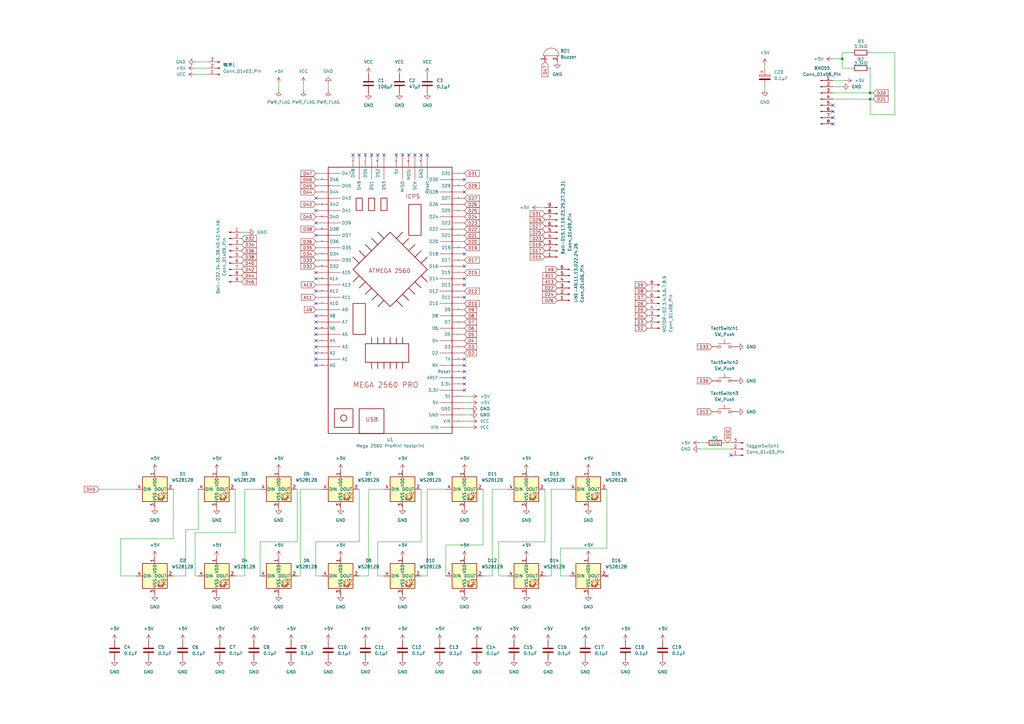
<source format=kicad_sch>
(kicad_sch (version 20231120) (generator "eeschema") (generator_version "8.0")
  (paper "A3")
  (junction (at 345.44 24.13))
  (junction (at 356.87 40.64))
  (junction (at 356.87 38.1))
  (no_connect (at 129.54 119.38))
  (no_connect (at 129.54 129.54))
  (no_connect (at 190.5 114.3))
  (no_connect (at 190.5 109.22))
  (no_connect (at 129.54 134.62))
  (no_connect (at 170.18 63.5))
  (no_connect (at 129.54 111.76))
  (no_connect (at 190.5 149.86))
  (no_connect (at 129.54 139.7))
  (no_connect (at 190.5 121.92))
  (no_connect (at 129.54 137.16))
  (no_connect (at 129.54 81.28))
  (no_connect (at 157.48 63.5))
  (no_connect (at 190.5 78.74))
  (no_connect (at 129.54 86.36))
  (no_connect (at 175.26 63.5))
  (no_connect (at 167.64 63.5))
  (no_connect (at 248.92 236.22))
  (no_connect (at 129.54 96.52))
  (no_connect (at 190.5 160.02))
  (no_connect (at 341.63 50.8))
  (no_connect (at 165.1 63.5))
  (no_connect (at 299.72 186.69))
  (no_connect (at 129.54 149.86))
  (no_connect (at 129.54 114.3))
  (no_connect (at 149.86 63.5))
  (no_connect (at 341.63 48.26))
  (no_connect (at 341.63 45.72))
  (no_connect (at 129.54 147.32))
  (no_connect (at 341.63 43.18))
  (no_connect (at 190.5 152.4))
  (no_connect (at 147.32 63.5))
  (no_connect (at 129.54 144.78))
  (no_connect (at 152.4 63.5))
  (no_connect (at 190.5 104.14))
  (no_connect (at 190.5 147.32))
  (no_connect (at 129.54 124.46))
  (no_connect (at 129.54 142.24))
  (no_connect (at 129.54 91.44))
  (no_connect (at 129.54 132.08))
  (no_connect (at 172.72 63.5))
  (no_connect (at 154.94 63.5))
  (no_connect (at 162.56 63.5))
  (no_connect (at 190.5 154.94))
  (no_connect (at 144.78 63.5))
  (no_connect (at 190.5 157.48))
  (no_connect (at 190.5 116.84))
  (no_connect (at 190.5 73.66))
  (wire (pts (xy 182.88 223.52) (xy 182.88 236.22)))
  (wire (pts (xy 172.72 200.66) (xy 172.72 222.25)))
  (wire (pts (xy 40.64 200.66) (xy 55.88 200.66)))
  (wire (pts (xy 341.63 33.02) (xy 346.71 33.02)))
  (wire (pts (xy 226.06 200.66) (xy 233.68 200.66)))
  (wire (pts (xy 151.13 236.22) (xy 151.13 200.66)))
  (wire (pts (xy 356.87 46.99) (xy 356.87 40.64)))
  (wire (pts (xy 204.47 236.22) (xy 208.28 236.22)))
  (wire (pts (xy 129.54 236.22) (xy 132.08 236.22)))
  (wire (pts (xy 49.53 236.22) (xy 55.88 236.22)))
  (wire (pts (xy 223.52 200.66) (xy 223.52 222.25)))
  (wire (pts (xy 106.68 222.25) (xy 121.92 222.25)))
  (wire (pts (xy 248.92 224.79) (xy 229.87 224.79)))
  (wire (pts (xy 129.54 222.25) (xy 129.54 236.22)))
  (wire (pts (xy 345.44 27.94) (xy 349.25 27.94)))
  (wire (pts (xy 190.5 162.56) (xy 193.04 162.56)))
  (wire (pts (xy 220.98 85.09) (xy 223.52 85.09)))
  (wire (pts (xy 198.12 200.66) (xy 198.12 223.52)))
  (wire (pts (xy 76.2 217.17) (xy 81.28 217.17)))
  (wire (pts (xy 287.02 181.61) (xy 289.56 181.61)))
  (wire (pts (xy 99.06 95.25) (xy 101.6 95.25)))
  (wire (pts (xy 76.2 236.22) (xy 76.2 217.17)))
  (wire (pts (xy 313.69 26.67) (xy 313.69 27.94)))
  (wire (pts (xy 96.52 200.66) (xy 96.52 218.44)))
  (wire (pts (xy 123.19 236.22) (xy 123.19 200.66)))
  (wire (pts (xy 49.53 220.98) (xy 49.53 236.22)))
  (wire (pts (xy 71.12 200.66) (xy 71.12 220.98)))
  (wire (pts (xy 96.52 236.22) (xy 100.33 236.22)))
  (wire (pts (xy 172.72 236.22) (xy 175.26 236.22)))
  (wire (pts (xy 151.13 200.66) (xy 157.48 200.66)))
  (wire (pts (xy 175.26 200.66) (xy 182.88 200.66)))
  (wire (pts (xy 356.87 38.1) (xy 341.63 38.1)))
  (wire (pts (xy 358.14 40.64) (xy 356.87 40.64)))
  (wire (pts (xy 201.93 236.22) (xy 201.93 200.66)))
  (wire (pts (xy 367.03 21.59) (xy 367.03 46.99)))
  (wire (pts (xy 287.02 184.15) (xy 299.72 184.15)))
  (wire (pts (xy 297.18 181.61) (xy 299.72 181.61)))
  (wire (pts (xy 356.87 27.94) (xy 356.87 38.1)))
  (wire (pts (xy 313.69 35.56) (xy 313.69 36.83)))
  (wire (pts (xy 80.01 27.94) (xy 85.09 27.94)))
  (wire (pts (xy 96.52 218.44) (xy 80.01 218.44)))
  (wire (pts (xy 154.94 236.22) (xy 157.48 236.22)))
  (wire (pts (xy 147.32 200.66) (xy 147.32 222.25)))
  (wire (pts (xy 349.25 21.59) (xy 345.44 21.59)))
  (wire (pts (xy 193.04 170.18) (xy 190.5 170.18)))
  (wire (pts (xy 345.44 27.94) (xy 345.44 24.13)))
  (wire (pts (xy 198.12 223.52) (xy 182.88 223.52)))
  (wire (pts (xy 71.12 220.98) (xy 49.53 220.98)))
  (wire (pts (xy 356.87 21.59) (xy 367.03 21.59)))
  (wire (pts (xy 193.04 175.26) (xy 190.5 175.26)))
  (wire (pts (xy 356.87 40.64) (xy 341.63 40.64)))
  (wire (pts (xy 175.26 236.22) (xy 175.26 200.66)))
  (wire (pts (xy 81.28 217.17) (xy 81.28 200.66)))
  (wire (pts (xy 201.93 200.66) (xy 208.28 200.66)))
  (wire (pts (xy 345.44 24.13) (xy 345.44 21.59)))
  (wire (pts (xy 100.33 200.66) (xy 106.68 200.66)))
  (wire (pts (xy 100.33 236.22) (xy 100.33 200.66)))
  (wire (pts (xy 80.01 30.48) (xy 85.09 30.48)))
  (wire (pts (xy 193.04 167.64) (xy 190.5 167.64)))
  (wire (pts (xy 71.12 236.22) (xy 76.2 236.22)))
  (wire (pts (xy 124.46 34.29) (xy 124.46 36.83)))
  (wire (pts (xy 106.68 222.25) (xy 106.68 236.22)))
  (wire (pts (xy 226.06 236.22) (xy 226.06 200.66)))
  (wire (pts (xy 121.92 236.22) (xy 123.19 236.22)))
  (wire (pts (xy 147.32 236.22) (xy 151.13 236.22)))
  (wire (pts (xy 147.32 222.25) (xy 129.54 222.25)))
  (wire (pts (xy 80.01 25.4) (xy 85.09 25.4)))
  (wire (pts (xy 204.47 222.25) (xy 204.47 236.22)))
  (wire (pts (xy 229.87 224.79) (xy 229.87 236.22)))
  (wire (pts (xy 114.3 34.29) (xy 114.3 36.83)))
  (wire (pts (xy 358.14 38.1) (xy 356.87 38.1)))
  (wire (pts (xy 193.04 172.72) (xy 190.5 172.72)))
  (wire (pts (xy 121.92 200.66) (xy 121.92 222.25)))
  (wire (pts (xy 367.03 46.99) (xy 356.87 46.99)))
  (wire (pts (xy 80.01 236.22) (xy 81.28 236.22)))
  (wire (pts (xy 341.63 24.13) (xy 345.44 24.13)))
  (wire (pts (xy 172.72 222.25) (xy 154.94 222.25)))
  (wire (pts (xy 229.87 236.22) (xy 233.68 236.22)))
  (wire (pts (xy 134.62 34.29) (xy 134.62 36.83)))
  (wire (pts (xy 223.52 236.22) (xy 226.06 236.22)))
  (wire (pts (xy 80.01 218.44) (xy 80.01 236.22)))
  (wire (pts (xy 154.94 222.25) (xy 154.94 236.22)))
  (wire (pts (xy 193.04 165.1) (xy 190.5 165.1)))
  (wire (pts (xy 341.63 35.56) (xy 345.44 35.56)))
  (wire (pts (xy 123.19 200.66) (xy 132.08 200.66)))
  (wire (pts (xy 223.52 222.25) (xy 204.47 222.25)))
  (wire (pts (xy 248.92 200.66) (xy 248.92 224.79)))
  (wire (pts (xy 198.12 236.22) (xy 201.93 236.22)))
  (global_label "D23" (shape input) (at 190.5 91.44 0) (property "Intersheetrefs" "${INTERSHEET_REFS}" (effects (hide yes))))
  (global_label "D35" (shape input) (at 292.1 156.21 180) (property "Intersheetrefs" "${INTERSHEET_REFS}" (effects (hide yes))))
  (global_label "D26" (shape input) (at 190.5 83.82 0) (property "Intersheetrefs" "${INTERSHEET_REFS}" (effects (hide yes))))
  (global_label "D44" (shape input) (at 129.54 78.74 180) (property "Intersheetrefs" "${INTERSHEET_REFS}" (effects (hide yes))))
  (global_label "D35" (shape input) (at 129.54 101.6 180) (property "Intersheetrefs" "${INTERSHEET_REFS}" (effects (hide yes))))
  (global_label "A9" (shape input) (at 228.6 110.49 180) (property "Intersheetrefs" "${INTERSHEET_REFS}" (effects (hide yes))))
  (global_label "D4" (shape input) (at 190.5 139.7 0) (property "Intersheetrefs" "${INTERSHEET_REFS}" (effects (hide yes))))
  (global_label "D34" (shape input) (at 129.54 104.14 180) (property "Intersheetrefs" "${INTERSHEET_REFS}" (effects (hide yes))))
  (global_label "D8" (shape input) (at 190.5 129.54 0) (property "Intersheetrefs" "${INTERSHEET_REFS}" (effects (hide yes))))
  (global_label "D8" (shape input) (at 265.43 119.38 180) (property "Intersheetrefs" "${INTERSHEET_REFS}" (effects (hide yes))))
  (global_label "D38" (shape input) (at 129.54 93.98 180) (property "Intersheetrefs" "${INTERSHEET_REFS}" (effects (hide yes))))
  (global_label "D17" (shape input) (at 190.5 106.68 0) (property "Intersheetrefs" "${INTERSHEET_REFS}" (effects (hide yes))))
  (global_label "D9" (shape input) (at 190.5 127 0) (property "Intersheetrefs" "${INTERSHEET_REFS}" (effects (hide yes))))
  (global_label "D44" (shape input) (at 99.06 113.03 0) (property "Intersheetrefs" "${INTERSHEET_REFS}" (effects (hide yes))))
  (global_label "D9" (shape input) (at 265.43 116.84 180) (property "Intersheetrefs" "${INTERSHEET_REFS}" (effects (hide yes))))
  (global_label "D2" (shape input) (at 190.5 144.78 0) (property "Intersheetrefs" "${INTERSHEET_REFS}" (effects (hide yes))))
  (global_label "A11" (shape input) (at 129.54 121.92 180) (property "Intersheetrefs" "${INTERSHEET_REFS}" (effects (hide yes))))
  (global_label "D22" (shape input) (at 190.5 93.98 0) (property "Intersheetrefs" "${INTERSHEET_REFS}" (effects (hide yes))))
  (global_label "D7" (shape input) (at 265.43 121.92 180) (property "Intersheetrefs" "${INTERSHEET_REFS}" (effects (hide yes))))
  (global_label "D20" (shape input) (at 190.5 99.06 0) (property "Intersheetrefs" "${INTERSHEET_REFS}" (effects (hide yes))))
  (global_label "D45" (shape input) (at 40.64 200.66 180) (property "Intersheetrefs" "${INTERSHEET_REFS}" (effects (hide yes))))
  (global_label "D27" (shape input) (at 223.52 92.71 180) (property "Intersheetrefs" "${INTERSHEET_REFS}" (effects (hide yes))))
  (global_label "D42" (shape input) (at 129.54 83.82 180) (property "Intersheetrefs" "${INTERSHEET_REFS}" (effects (hide yes))))
  (global_label "D21" (shape input) (at 358.14 40.64 0) (property "Intersheetrefs" "${INTERSHEET_REFS}" (effects (hide yes))))
  (global_label "D31" (shape input) (at 190.5 71.12 0) (property "Intersheetrefs" "${INTERSHEET_REFS}" (effects (hide yes))))
  (global_label "D31" (shape input) (at 223.52 87.63 180) (property "Intersheetrefs" "${INTERSHEET_REFS}" (effects (hide yes))))
  (global_label "D23" (shape input) (at 223.52 97.79 180) (property "Intersheetrefs" "${INTERSHEET_REFS}" (effects (hide yes))))
  (global_label "D40" (shape input) (at 129.54 88.9 180) (property "Intersheetrefs" "${INTERSHEET_REFS}" (effects (hide yes))))
  (global_label "D6" (shape input) (at 190.5 134.62 0) (property "Intersheetrefs" "${INTERSHEET_REFS}" (effects (hide yes))))
  (global_label "D32" (shape input) (at 129.54 109.22 180) (property "Intersheetrefs" "${INTERSHEET_REFS}" (effects (hide yes))))
  (global_label "D24" (shape input) (at 228.6 120.65 180) (property "Intersheetrefs" "${INTERSHEET_REFS}" (effects (hide yes))))
  (global_label "A11" (shape input) (at 228.6 113.03 180) (property "Intersheetrefs" "${INTERSHEET_REFS}" (effects (hide yes))))
  (global_label "D19" (shape input) (at 190.5 101.6 0) (property "Intersheetrefs" "${INTERSHEET_REFS}" (effects (hide yes))))
  (global_label "A9" (shape input) (at 129.54 127 180) (property "Intersheetrefs" "${INTERSHEET_REFS}" (effects (hide yes))))
  (global_label "D40" (shape input) (at 99.06 107.95 0) (property "Intersheetrefs" "${INTERSHEET_REFS}" (effects (hide yes))))
  (global_label "D34" (shape input) (at 99.06 100.33 0) (property "Intersheetrefs" "${INTERSHEET_REFS}" (effects (hide yes))))
  (global_label "D17" (shape input) (at 223.52 102.87 180) (property "Intersheetrefs" "${INTERSHEET_REFS}" (effects (hide yes))))
  (global_label "D12" (shape input) (at 190.5 119.38 0) (property "Intersheetrefs" "${INTERSHEET_REFS}" (effects (hide yes))))
  (global_label "D42" (shape input) (at 99.06 110.49 0) (property "Intersheetrefs" "${INTERSHEET_REFS}" (effects (hide yes))))
  (global_label "D5" (shape input) (at 265.43 127 180) (property "Intersheetrefs" "${INTERSHEET_REFS}" (effects (hide yes))))
  (global_label "D47" (shape input) (at 223.52 25.4 270) (property "Intersheetrefs" "${INTERSHEET_REFS}" (effects (hide yes))))
  (global_label "A13" (shape input) (at 129.54 116.84 180) (property "Intersheetrefs" "${INTERSHEET_REFS}" (effects (hide yes))))
  (global_label "D32" (shape input) (at 99.06 97.79 0) (property "Intersheetrefs" "${INTERSHEET_REFS}" (effects (hide yes))))
  (global_label "D20" (shape input) (at 358.14 38.1 0) (property "Intersheetrefs" "${INTERSHEET_REFS}" (effects (hide yes))))
  (global_label "D5" (shape input) (at 190.5 137.16 0) (property "Intersheetrefs" "${INTERSHEET_REFS}" (effects (hide yes))))
  (global_label "D29" (shape input) (at 223.52 90.17 180) (property "Intersheetrefs" "${INTERSHEET_REFS}" (effects (hide yes))))
  (global_label "D46" (shape input) (at 99.06 115.57 0) (property "Intersheetrefs" "${INTERSHEET_REFS}" (effects (hide yes))))
  (global_label "D45" (shape input) (at 129.54 76.2 180) (property "Intersheetrefs" "${INTERSHEET_REFS}" (effects (hide yes))))
  (global_label "D12" (shape input) (at 292.1 168.91 180) (property "Intersheetrefs" "${INTERSHEET_REFS}" (effects (hide yes))))
  (global_label "D27" (shape input) (at 190.5 81.28 0) (property "Intersheetrefs" "${INTERSHEET_REFS}" (effects (hide yes))))
  (global_label "D33" (shape input) (at 292.1 142.24 180) (property "Intersheetrefs" "${INTERSHEET_REFS}" (effects (hide yes))))
  (global_label "D36" (shape input) (at 99.06 102.87 0) (property "Intersheetrefs" "${INTERSHEET_REFS}" (effects (hide yes))))
  (global_label "D10" (shape input) (at 298.45 181.61 90) (property "Intersheetrefs" "${INTERSHEET_REFS}" (effects (hide yes))))
  (global_label "D6" (shape input) (at 265.43 124.46 180) (property "Intersheetrefs" "${INTERSHEET_REFS}" (effects (hide yes))))
  (global_label "D24" (shape input) (at 190.5 88.9 0) (property "Intersheetrefs" "${INTERSHEET_REFS}" (effects (hide yes))))
  (global_label "D29" (shape input) (at 190.5 76.2 0) (property "Intersheetrefs" "${INTERSHEET_REFS}" (effects (hide yes))))
  (global_label "D7" (shape input) (at 190.5 132.08 0) (property "Intersheetrefs" "${INTERSHEET_REFS}" (effects (hide yes))))
  (global_label "D46" (shape input) (at 129.54 73.66 180) (property "Intersheetrefs" "${INTERSHEET_REFS}" (effects (hide yes))))
  (global_label "D15" (shape input) (at 223.52 105.41 180) (property "Intersheetrefs" "${INTERSHEET_REFS}" (effects (hide yes))))
  (global_label "D33" (shape input) (at 129.54 106.68 180) (property "Intersheetrefs" "${INTERSHEET_REFS}" (effects (hide yes))))
  (global_label "D10" (shape input) (at 190.5 124.46 0) (property "Intersheetrefs" "${INTERSHEET_REFS}" (effects (hide yes))))
  (global_label "D21" (shape input) (at 190.5 96.52 0) (property "Intersheetrefs" "${INTERSHEET_REFS}" (effects (hide yes))))
  (global_label "D25" (shape input) (at 223.52 95.25 180) (property "Intersheetrefs" "${INTERSHEET_REFS}" (effects (hide yes))))
  (global_label "D2" (shape input) (at 265.43 134.62 180) (property "Intersheetrefs" "${INTERSHEET_REFS}" (effects (hide yes))))
  (global_label "D47" (shape input) (at 129.54 71.12 180) (property "Intersheetrefs" "${INTERSHEET_REFS}" (effects (hide yes))))
  (global_label "D15" (shape input) (at 190.5 111.76 0) (property "Intersheetrefs" "${INTERSHEET_REFS}" (effects (hide yes))))
  (global_label "D36" (shape input) (at 129.54 99.06 180) (property "Intersheetrefs" "${INTERSHEET_REFS}" (effects (hide yes))))
  (global_label "D4" (shape input) (at 265.43 129.54 180) (property "Intersheetrefs" "${INTERSHEET_REFS}" (effects (hide yes))))
  (global_label "A13" (shape input) (at 228.6 115.57 180) (property "Intersheetrefs" "${INTERSHEET_REFS}" (effects (hide yes))))
  (global_label "D25" (shape input) (at 190.5 86.36 0) (property "Intersheetrefs" "${INTERSHEET_REFS}" (effects (hide yes))))
  (global_label "D3" (shape input) (at 265.43 132.08 180) (property "Intersheetrefs" "${INTERSHEET_REFS}" (effects (hide yes))))
  (global_label "D38" (shape input) (at 99.06 105.41 0) (property "Intersheetrefs" "${INTERSHEET_REFS}" (effects (hide yes))))
  (global_label "D26" (shape input) (at 228.6 123.19 180) (property "Intersheetrefs" "${INTERSHEET_REFS}" (effects (hide yes))))
  (global_label "D3" (shape input) (at 190.5 142.24 0) (property "Intersheetrefs" "${INTERSHEET_REFS}" (effects (hide yes))))
  (global_label "D22" (shape input) (at 228.6 118.11 180) (property "Intersheetrefs" "${INTERSHEET_REFS}" (effects (hide yes))))
  (global_label "D19" (shape input) (at 223.52 100.33 180) (property "Intersheetrefs" "${INTERSHEET_REFS}" (effects (hide yes))))
  (symbol (lib_id "MAIN:Mega 2560 ProMini footprint") (at 134.62 177.8 0) (unit 1)
    (property "Reference" "U1" (at 160.02 180.34 0))
    (property "Value" "Mega 2560 ProMini footprint" (at 160.02 182.88 0))
    (property "Footprint" "MAIN:ARDUINO_MEGA_2560_PRO" (effects (hide yes)))
    (property "Datasheet" "https://www.arduino.cc" (effects (hide yes)))
    (property "Manufacturer Part" "Arduino Mega 2560 Pro Mini" (effects (hide yes)))
  )
  (symbol (lib_id "Switch:SW_Push") (at 297.18 156.21 0) (unit 1)
    (property "Reference" "TactSwitch2" (at 297.18 148.59 0))
    (property "Value" "SW_Push" (at 297.18 151.13 0))
    (property "Footprint" "MAIN:SW_TL1100EF160Q" (effects (hide yes)))
    (property "Description" "Push button switch, generic, two pins" (effects (hide yes)))
  )
  (symbol (lib_id "power:VCC") (at 175.26 30.48 0) (unit 1)
    (property "Reference" "#PWR04" (effects (hide yes)))
    (property "Value" "VCC" (at 175.26 25.4 0))
    (property "Description" "Power symbol creates a global label with name \"VCC\"" (effects (hide yes)))
  )
  (symbol (lib_id "power:GND") (at 195.58 270.51 0) (unit 1)
    (property "Reference" "#PWR057" (effects (hide yes)))
    (property "Value" "GND" (at 195.58 275.59 0))
    (property "Description" "Power symbol creates a global label with name \"GND\" , ground" (effects (hide yes)))
  )
  (symbol (lib_id "Device:C") (at 224.79 266.7 0) (unit 1)
    (property "Reference" "C16" (at 228.6 265.4299 0) (effects (justify left)))
    (property "Value" "0.1μF" (at 228.6 267.9699 0) (effects (justify left)))
    (property "Footprint" "Capacitor_SMD:C_0603_1608Metric_Pad1.08x0.95mm_HandSolder" (effects (hide yes)))
    (property "Description" "Unpolarized capacitor" (effects (hide yes)))
  )
  (symbol (lib_id "Device:C") (at 271.78 266.7 0) (unit 1)
    (property "Reference" "C19" (at 275.59 265.4299 0) (effects (justify left)))
    (property "Value" "0.1μF" (at 275.59 267.9699 0) (effects (justify left)))
    (property "Footprint" "Capacitor_SMD:C_0603_1608Metric_Pad1.08x0.95mm_HandSolder" (effects (hide yes)))
    (property "Description" "Unpolarized capacitor" (effects (hide yes)))
  )
  (symbol (lib_id "power:GND") (at 224.79 270.51 0) (unit 1)
    (property "Reference" "#PWR065" (effects (hide yes)))
    (property "Value" "GND" (at 224.79 275.59 0))
    (property "Description" "Power symbol creates a global label with name \"GND\" , ground" (effects (hide yes)))
  )
  (symbol (lib_id "LED:WS2812B") (at 114.3 236.22 0) (unit 1)
    (property "Reference" "D6" (at 125.73 229.9014 0))
    (property "Value" "WS2812B" (at 125.73 232.4414 0))
    (property "Footprint" "LED_SMD:LED_WS2812B_PLCC4_5.0x5.0mm_P3.2mm" (effects (hide yes)))
    (property "Datasheet" "https://cdn-shop.adafruit.com/datasheets/WS2812B.pdf" (effects (hide yes)))
    (property "Description" "RGB LED with integrated controller" (effects (hide yes)))
  )
  (symbol (lib_id "LED:WS2812B") (at 88.9 200.66 0) (unit 1)
    (property "Reference" "D3" (at 100.33 194.3414 0))
    (property "Value" "WS2812B" (at 100.33 196.8814 0))
    (property "Footprint" "LED_SMD:LED_WS2812B_PLCC4_5.0x5.0mm_P3.2mm" (effects (hide yes)))
    (property "Datasheet" "https://cdn-shop.adafruit.com/datasheets/WS2812B.pdf" (effects (hide yes)))
    (property "Description" "RGB LED with integrated controller" (effects (hide yes)))
  )
  (symbol (lib_id "power:GND") (at 151.13 38.1 0) (unit 1)
    (property "Reference" "#PWR05" (effects (hide yes)))
    (property "Value" "GND" (at 151.13 43.18 0))
    (property "Description" "Power symbol creates a global label with name \"GND\" , ground" (effects (hide yes)))
  )
  (symbol (lib_id "power:GND") (at 193.04 167.64 90) (unit 1)
    (property "Reference" "#PWR087" (effects (hide yes)))
    (property "Value" "GND" (at 196.85 167.6399 90) (effects (justify right)))
    (property "Description" "Power symbol creates a global label with name \"GND\" , ground" (effects (hide yes)))
  )
  (symbol (lib_id "power:GND") (at 302.26 156.21 90) (unit 1)
    (property "Reference" "#PWR088" (effects (hide yes)))
    (property "Value" "GND" (at 306.07 156.2099 90) (effects (justify right)))
    (property "Description" "Power symbol creates a global label with name \"GND\" , ground" (effects (hide yes)))
  )
  (symbol (lib_id "power:+5V") (at 165.1 262.89 0) (unit 1)
    (property "Reference" "#PWR048" (effects (hide yes)))
    (property "Value" "+5V" (at 165.1 257.81 0))
    (property "Description" "Power symbol creates a global label with name \"+5V\"" (effects (hide yes)))
  )
  (symbol (lib_id "power:+5V") (at 195.58 262.89 0) (unit 1)
    (property "Reference" "#PWR056" (effects (hide yes)))
    (property "Value" "+5V" (at 195.58 257.81 0))
    (property "Description" "Power symbol creates a global label with name \"+5V\"" (effects (hide yes)))
  )
  (symbol (lib_id "LED:WS2812B") (at 165.1 200.66 0) (unit 1)
    (property "Reference" "D9" (at 176.53 194.3414 0))
    (property "Value" "WS2812B" (at 176.53 196.8814 0))
    (property "Footprint" "LED_SMD:LED_WS2812B_PLCC4_5.0x5.0mm_P3.2mm" (effects (hide yes)))
    (property "Datasheet" "https://cdn-shop.adafruit.com/datasheets/WS2812B.pdf" (effects (hide yes)))
    (property "Description" "RGB LED with integrated controller" (effects (hide yes)))
  )
  (symbol (lib_id "power:GND") (at 190.5 243.84 0) (unit 1)
    (property "Reference" "#PWR055" (effects (hide yes)))
    (property "Value" "GND" (at 190.5 248.92 0))
    (property "Description" "Power symbol creates a global label with name \"GND\" , ground" (effects (hide yes)))
  )
  (symbol (lib_id "power:GND") (at 175.26 38.1 0) (unit 1)
    (property "Reference" "#PWR07" (effects (hide yes)))
    (property "Value" "GND" (at 175.26 43.18 0))
    (property "Description" "Power symbol creates a global label with name \"GND\" , ground" (effects (hide yes)))
  )
  (symbol (lib_id "power:+5V") (at 220.98 85.09 90) (unit 1)
    (property "Reference" "#PWR080" (effects (hide yes)))
    (property "Value" "+5V" (at 217.17 85.0899 90) (effects (justify left)))
    (property "Description" "Power symbol creates a global label with name \"+5V\"" (effects (hide yes)))
  )
  (symbol (lib_id "Connector:Conn_01x08_Pin") (at 336.55 40.64 0) (unit 1)
    (property "Reference" "BNO55" (at 337.185 27.94 0))
    (property "Value" "Conn_01x08_Pin" (at 337.185 30.48 0))
    (property "Footprint" "BNO055:BNO055" (effects (hide yes)))
    (property "Description" "Generic connector, single row, 01x08, script generated" (effects (hide yes)))
  )
  (symbol (lib_id "power:GND") (at 256.54 270.51 0) (unit 1)
    (property "Reference" "#PWR073" (effects (hide yes)))
    (property "Value" "GND" (at 256.54 275.59 0))
    (property "Description" "Power symbol creates a global label with name \"GND\" , ground" (effects (hide yes)))
  )
  (symbol (lib_id "power:GND") (at 63.5 208.28 0) (unit 1)
    (property "Reference" "#PWR017" (effects (hide yes)))
    (property "Value" "GND" (at 63.5 213.36 0))
    (property "Description" "Power symbol creates a global label with name \"GND\" , ground" (effects (hide yes)))
  )
  (symbol (lib_id "Device:C") (at 119.38 266.7 0) (unit 1)
    (property "Reference" "C9" (at 123.19 265.4299 0) (effects (justify left)))
    (property "Value" "0.1μF" (at 123.19 267.9699 0) (effects (justify left)))
    (property "Footprint" "Capacitor_SMD:C_0603_1608Metric_Pad1.08x0.95mm_HandSolder" (effects (hide yes)))
    (property "Description" "Unpolarized capacitor" (effects (hide yes)))
  )
  (symbol (lib_id "power:GND") (at 193.04 170.18 90) (unit 1)
    (property "Reference" "#PWR085" (effects (hide yes)))
    (property "Value" "GND" (at 196.85 170.1799 90) (effects (justify right)))
    (property "Description" "Power symbol creates a global label with name \"GND\" , ground" (effects (hide yes)))
  )
  (symbol (lib_id "power:GND") (at 134.62 270.51 0) (unit 1)
    (property "Reference" "#PWR037" (effects (hide yes)))
    (property "Value" "GND" (at 134.62 275.59 0))
    (property "Description" "Power symbol creates a global label with name \"GND\" , ground" (effects (hide yes)))
  )
  (symbol (lib_id "LED:WS2812B") (at 139.7 236.22 0) (unit 1)
    (property "Reference" "D8" (at 151.13 229.9014 0))
    (property "Value" "WS2812B" (at 151.13 232.4414 0))
    (property "Footprint" "LED_SMD:LED_WS2812B_PLCC4_5.0x5.0mm_P3.2mm" (effects (hide yes)))
    (property "Datasheet" "https://cdn-shop.adafruit.com/datasheets/WS2812B.pdf" (effects (hide yes)))
    (property "Description" "RGB LED with integrated controller" (effects (hide yes)))
  )
  (symbol (lib_id "Device:C") (at 149.86 266.7 0) (unit 1)
    (property "Reference" "C11" (at 153.67 265.4299 0) (effects (justify left)))
    (property "Value" "0.1μF" (at 153.67 267.9699 0) (effects (justify left)))
    (property "Footprint" "Capacitor_SMD:C_0603_1608Metric_Pad1.08x0.95mm_HandSolder" (effects (hide yes)))
    (property "Description" "Unpolarized capacitor" (effects (hide yes)))
  )
  (symbol (lib_id "Device:C") (at 165.1 266.7 0) (unit 1)
    (property "Reference" "C12" (at 168.91 265.4299 0) (effects (justify left)))
    (property "Value" "0.1μF" (at 168.91 267.9699 0) (effects (justify left)))
    (property "Footprint" "Capacitor_SMD:C_0603_1608Metric_Pad1.08x0.95mm_HandSolder" (effects (hide yes)))
    (property "Description" "Unpolarized capacitor" (effects (hide yes)))
  )
  (symbol (lib_id "power:GND") (at 63.5 243.84 0) (unit 1)
    (property "Reference" "#PWR019" (effects (hide yes)))
    (property "Value" "GND" (at 63.5 248.92 0))
    (property "Description" "Power symbol creates a global label with name \"GND\" , ground" (effects (hide yes)))
  )
  (symbol (lib_id "LED:WS2812B") (at 190.5 236.22 0) (unit 1)
    (property "Reference" "D12" (at 201.93 229.9014 0))
    (property "Value" "WS2812B" (at 201.93 232.4414 0))
    (property "Footprint" "LED_SMD:LED_WS2812B_PLCC4_5.0x5.0mm_P3.2mm" (effects (hide yes)))
    (property "Datasheet" "https://cdn-shop.adafruit.com/datasheets/WS2812B.pdf" (effects (hide yes)))
    (property "Description" "RGB LED with integrated controller" (effects (hide yes)))
  )
  (symbol (lib_id "power:GND") (at 139.7 243.84 0) (unit 1)
    (property "Reference" "#PWR041" (effects (hide yes)))
    (property "Value" "GND" (at 139.7 248.92 0))
    (property "Description" "Power symbol creates a global label with name \"GND\" , ground" (effects (hide yes)))
  )
  (symbol (lib_id "power:+5V") (at 104.14 262.89 0) (unit 1)
    (property "Reference" "#PWR028" (effects (hide yes)))
    (property "Value" "+5V" (at 104.14 257.81 0))
    (property "Description" "Power symbol creates a global label with name \"+5V\"" (effects (hide yes)))
  )
  (symbol (lib_id "LED:WS2812B") (at 241.3 236.22 0) (unit 1)
    (property "Reference" "D16" (at 252.73 229.9014 0))
    (property "Value" "WS2812B" (at 252.73 232.4414 0))
    (property "Footprint" "LED_SMD:LED_WS2812B_PLCC4_5.0x5.0mm_P3.2mm" (effects (hide yes)))
    (property "Datasheet" "https://cdn-shop.adafruit.com/datasheets/WS2812B.pdf" (effects (hide yes)))
    (property "Description" "RGB LED with integrated controller" (effects (hide yes)))
  )
  (symbol (lib_id "power:GND") (at 165.1 270.51 0) (unit 1)
    (property "Reference" "#PWR049" (effects (hide yes)))
    (property "Value" "GND" (at 165.1 275.59 0))
    (property "Description" "Power symbol creates a global label with name \"GND\" , ground" (effects (hide yes)))
  )
  (symbol (lib_id "power:+5V") (at 224.79 262.89 0) (unit 1)
    (property "Reference" "#PWR064" (effects (hide yes)))
    (property "Value" "+5V" (at 224.79 257.81 0))
    (property "Description" "Power symbol creates a global label with name \"+5V\"" (effects (hide yes)))
  )
  (symbol (lib_id "power:+5V") (at 114.3 228.6 0) (unit 1)
    (property "Reference" "#PWR032" (effects (hide yes)))
    (property "Value" "+5V" (at 114.3 223.52 0))
    (property "Description" "Power symbol creates a global label with name \"+5V\"" (effects (hide yes)))
  )
  (symbol (lib_id "Device:C") (at 74.93 266.7 0) (unit 1)
    (property "Reference" "C6" (at 78.74 265.4299 0) (effects (justify left)))
    (property "Value" "0.1μF" (at 78.74 267.9699 0) (effects (justify left)))
    (property "Footprint" "Capacitor_SMD:C_0603_1608Metric_Pad1.08x0.95mm_HandSolder" (effects (hide yes)))
    (property "Description" "Unpolarized capacitor" (effects (hide yes)))
  )
  (symbol (lib_id "power:GND") (at 114.3 208.28 0) (unit 1)
    (property "Reference" "#PWR031" (effects (hide yes)))
    (property "Value" "GND" (at 114.3 213.36 0))
    (property "Description" "Power symbol creates a global label with name \"GND\" , ground" (effects (hide yes)))
  )
  (symbol (lib_id "power:VCC") (at 124.46 34.29 0) (unit 1)
    (property "Reference" "#PWR01" (effects (hide yes)))
    (property "Value" "VCC" (at 124.46 29.21 0))
    (property "Description" "Power symbol creates a global label with name \"VCC\"" (effects (hide yes)))
  )
  (symbol (lib_id "power:GND") (at 134.62 34.29 180) (unit 1)
    (property "Reference" "#PWR08" (effects (hide yes)))
    (property "Value" "GND" (at 134.62 29.21 0))
    (property "Description" "Power symbol creates a global label with name \"GND\" , ground" (effects (hide yes)))
  )
  (symbol (lib_id "power:GND") (at 80.01 25.4 270) (unit 1)
    (property "Reference" "#PWR076" (effects (hide yes)))
    (property "Value" "GND" (at 76.2 25.3999 90) (effects (justify right)))
    (property "Description" "Power symbol creates a global label with name \"GND\" , ground" (effects (hide yes)))
  )
  (symbol (lib_id "power:+5V") (at 180.34 262.89 0) (unit 1)
    (property "Reference" "#PWR050" (effects (hide yes)))
    (property "Value" "+5V" (at 180.34 257.81 0))
    (property "Description" "Power symbol creates a global label with name \"+5V\"" (effects (hide yes)))
  )
  (symbol (lib_id "LED:WS2812B") (at 63.5 236.22 0) (unit 1)
    (property "Reference" "D2" (at 74.93 229.9014 0))
    (property "Value" "WS2812B" (at 74.93 232.4414 0))
    (property "Footprint" "LED_SMD:LED_WS2812B_PLCC4_5.0x5.0mm_P3.2mm" (effects (hide yes)))
    (property "Datasheet" "https://cdn-shop.adafruit.com/datasheets/WS2812B.pdf" (effects (hide yes)))
    (property "Description" "RGB LED with integrated controller" (effects (hide yes)))
  )
  (symbol (lib_id "power:VCC") (at 80.01 30.48 90) (unit 1)
    (property "Reference" "#PWR012" (effects (hide yes)))
    (property "Value" "VCC" (at 76.2 30.4799 90) (effects (justify left)))
    (property "Description" "Power symbol creates a global label with name \"VCC\"" (effects (hide yes)))
  )
  (symbol (lib_id "power:+5V") (at 215.9 228.6 0) (unit 1)
    (property "Reference" "#PWR062" (effects (hide yes)))
    (property "Value" "+5V" (at 215.9 223.52 0))
    (property "Description" "Power symbol creates a global label with name \"+5V\"" (effects (hide yes)))
  )
  (symbol (lib_id "power:+5V") (at 210.82 262.89 0) (unit 1)
    (property "Reference" "#PWR058" (effects (hide yes)))
    (property "Value" "+5V" (at 210.82 257.81 0))
    (property "Description" "Power symbol creates a global label with name \"+5V\"" (effects (hide yes)))
  )
  (symbol (lib_id "Device:C") (at 104.14 266.7 0) (unit 1)
    (property "Reference" "C8" (at 107.95 265.4299 0) (effects (justify left)))
    (property "Value" "0.1μF" (at 107.95 267.9699 0) (effects (justify left)))
    (property "Footprint" "Capacitor_SMD:C_0603_1608Metric_Pad1.08x0.95mm_HandSolder" (effects (hide yes)))
    (property "Description" "Unpolarized capacitor" (effects (hide yes)))
  )
  (symbol (lib_id "power:GND") (at 287.02 184.15 270) (unit 1)
    (property "Reference" "#PWR093" (effects (hide yes)))
    (property "Value" "GND" (at 283.21 184.1499 90) (effects (justify right)))
    (property "Description" "Power symbol creates a global label with name \"GND\" , ground" (effects (hide yes)))
  )
  (symbol (lib_id "power:+5V") (at 88.9 228.6 0) (unit 1)
    (property "Reference" "#PWR024" (effects (hide yes)))
    (property "Value" "+5V" (at 88.9 223.52 0))
    (property "Description" "Power symbol creates a global label with name \"+5V\"" (effects (hide yes)))
  )
  (symbol (lib_id "power:GND") (at 313.69 36.83 0) (unit 1)
    (property "Reference" "#PWR092" (effects (hide yes)))
    (property "Value" "GND" (at 313.69 41.91 0))
    (property "Description" "Power symbol creates a global label with name \"GND\" , ground" (effects (hide yes)))
  )
  (symbol (lib_id "power:+5V") (at 88.9 193.04 0) (unit 1)
    (property "Reference" "#PWR022" (effects (hide yes)))
    (property "Value" "+5V" (at 88.9 187.96 0))
    (property "Description" "Power symbol creates a global label with name \"+5V\"" (effects (hide yes)))
  )
  (symbol (lib_id "power:GND") (at 163.83 38.1 0) (unit 1)
    (property "Reference" "#PWR06" (effects (hide yes)))
    (property "Value" "GND" (at 163.83 43.18 0))
    (property "Description" "Power symbol creates a global label with name \"GND\" , ground" (effects (hide yes)))
  )
  (symbol (lib_id "power:+5V") (at 114.3 34.29 0) (unit 1)
    (property "Reference" "#PWR09" (effects (hide yes)))
    (property "Value" "+5V" (at 114.3 29.21 0))
    (property "Description" "Power symbol creates a global label with name \"+5V\"" (effects (hide yes)))
  )
  (symbol (lib_id "Device:C") (at 134.62 266.7 0) (unit 1)
    (property "Reference" "C10" (at 138.43 265.4299 0) (effects (justify left)))
    (property "Value" "0.1μF" (at 138.43 267.9699 0) (effects (justify left)))
    (property "Footprint" "Capacitor_SMD:C_0603_1608Metric_Pad1.08x0.95mm_HandSolder" (effects (hide yes)))
    (property "Description" "Unpolarized capacitor" (effects (hide yes)))
  )
  (symbol (lib_id "power:GND") (at 88.9 243.84 0) (unit 1)
    (property "Reference" "#PWR025" (effects (hide yes)))
    (property "Value" "GND" (at 88.9 248.92 0))
    (property "Description" "Power symbol creates a global label with name \"GND\" , ground" (effects (hide yes)))
  )
  (symbol (lib_id "Device:C") (at 180.34 266.7 0) (unit 1)
    (property "Reference" "C13" (at 184.15 265.4299 0) (effects (justify left)))
    (property "Value" "0.1μF" (at 184.15 267.9699 0) (effects (justify left)))
    (property "Footprint" "Capacitor_SMD:C_0603_1608Metric_Pad1.08x0.95mm_HandSolder" (effects (hide yes)))
    (property "Description" "Unpolarized capacitor" (effects (hide yes)))
  )
  (symbol (lib_id "power:+5V") (at 190.5 228.6 0) (unit 1)
    (property "Reference" "#PWR054" (effects (hide yes)))
    (property "Value" "+5V" (at 190.5 223.52 0))
    (property "Description" "Power symbol creates a global label with name \"+5V\"" (effects (hide yes)))
  )
  (symbol (lib_id "Device:C") (at 163.83 34.29 0) (unit 1)
    (property "Reference" "C2" (at 167.64 33.0199 0) (effects (justify left)))
    (property "Value" "47μF" (at 167.64 35.5599 0) (effects (justify left)))
    (property "Footprint" "Capacitor_THT:CP_Radial_D5.0mm_P2.50mm" (effects (hide yes)))
    (property "Description" "Unpolarized capacitor" (effects (hide yes)))
  )
  (symbol (lib_id "Connector:Conn_01x03_Pin") (at 90.17 27.94 180) (unit 1)
    (property "Reference" "電源1" (at 91.44 26.6699 0) (effects (justify right)))
    (property "Value" "Conn_01x03_Pin" (at 91.44 29.2099 0) (effects (justify right)))
    (property "Footprint" "Connector_JST:JST_XH_B3B-XH-A_1x03_P2.50mm_Vertical" (effects (hide yes)))
    (property "Description" "Generic connector, single row, 01x03, script generated" (effects (hide yes)))
  )
  (symbol (lib_id "power:+5V") (at 346.71 33.02 270) (unit 1)
    (property "Reference" "#PWR083" (effects (hide yes)))
    (property "Value" "+5V" (at 350.52 33.0199 90) (effects (justify left)))
    (property "Description" "Power symbol creates a global label with name \"+5V\"" (effects (hide yes)))
  )
  (symbol (lib_id "power:GND") (at 302.26 142.24 90) (unit 1)
    (property "Reference" "#PWR077" (effects (hide yes)))
    (property "Value" "GND" (at 306.07 142.2399 90) (effects (justify right)))
    (property "Description" "Power symbol creates a global label with name \"GND\" , ground" (effects (hide yes)))
  )
  (symbol (lib_id "power:+5V") (at 90.17 262.89 0) (unit 1)
    (property "Reference" "#PWR026" (effects (hide yes)))
    (property "Value" "+5V" (at 90.17 257.81 0))
    (property "Description" "Power symbol creates a global label with name \"+5V\"" (effects (hide yes)))
  )
  (symbol (lib_id "Device:R") (at 353.06 27.94 90) (unit 1)
    (property "Reference" "R2" (at 353.06 24.384 90))
    (property "Value" "3.3kΩ" (at 353.06 25.908 90))
    (property "Footprint" "Resistor_SMD:R_0805_2012Metric_Pad1.20x1.40mm_HandSolder" (effects (hide yes)))
    (property "Description" "Resistor" (effects (hide yes)))
  )
  (symbol (lib_id "Device:R") (at 293.37 181.61 90) (unit 1)
    (property "Reference" "R1" (at 293.37 179.578 90))
    (property "Value" "1kΩ" (at 293.37 181.61 90))
    (property "Footprint" "Resistor_SMD:R_0805_2012Metric_Pad1.20x1.40mm_HandSolder" (effects (hide yes)))
    (property "Description" "Resistor" (effects (hide yes)))
  )
  (symbol (lib_id "power:GND") (at 240.03 270.51 0) (unit 1)
    (property "Reference" "#PWR067" (effects (hide yes)))
    (property "Value" "GND" (at 240.03 275.59 0))
    (property "Description" "Power symbol creates a global label with name \"GND\" , ground" (effects (hide yes)))
  )
  (symbol (lib_id "power:VCC") (at 151.13 30.48 0) (unit 1)
    (property "Reference" "#PWR02" (effects (hide yes)))
    (property "Value" "VCC" (at 151.13 25.4 0))
    (property "Description" "Power symbol creates a global label with name \"VCC\"" (effects (hide yes)))
  )
  (symbol (lib_id "power:+5V") (at 313.69 26.67 0) (unit 1)
    (property "Reference" "#PWR091" (effects (hide yes)))
    (property "Value" "+5V" (at 313.69 21.59 0))
    (property "Description" "Power symbol creates a global label with name \"+5V\"" (effects (hide yes)))
  )
  (symbol (lib_id "power:+5V") (at 240.03 262.89 0) (unit 1)
    (property "Reference" "#PWR066" (effects (hide yes)))
    (property "Value" "+5V" (at 240.03 257.81 0))
    (property "Description" "Power symbol creates a global label with name \"+5V\"" (effects (hide yes)))
  )
  (symbol (lib_id "power:+5V") (at 256.54 262.89 0) (unit 1)
    (property "Reference" "#PWR072" (effects (hide yes)))
    (property "Value" "+5V" (at 256.54 257.81 0))
    (property "Description" "Power symbol creates a global label with name \"+5V\"" (effects (hide yes)))
  )
  (symbol (lib_id "power:+5V") (at 63.5 193.04 0) (unit 1)
    (property "Reference" "#PWR016" (effects (hide yes)))
    (property "Value" "+5V" (at 63.5 187.96 0))
    (property "Description" "Power symbol creates a global label with name \"+5V\"" (effects (hide yes)))
  )
  (symbol (lib_id "power:PWR_FLAG") (at 134.62 36.83 180) (unit 1)
    (property "Reference" "#FLG02" (effects (hide yes)))
    (property "Value" "PWR_FLAG" (at 134.62 41.91 0))
    (property "Description" "Special symbol for telling ERC where power comes from" (effects (hide yes)))
  )
  (symbol (lib_id "power:GND") (at 90.17 270.51 0) (unit 1)
    (property "Reference" "#PWR027" (effects (hide yes)))
    (property "Value" "GND" (at 90.17 275.59 0))
    (property "Description" "Power symbol creates a global label with name \"GND\" , ground" (effects (hide yes)))
  )
  (symbol (lib_id "power:+5V") (at 149.86 262.89 0) (unit 1)
    (property "Reference" "#PWR042" (effects (hide yes)))
    (property "Value" "+5V" (at 149.86 257.81 0))
    (property "Description" "Power symbol creates a global label with name \"+5V\"" (effects (hide yes)))
  )
  (symbol (lib_id "power:+5V") (at 80.01 27.94 90) (unit 1)
    (property "Reference" "#PWR013" (effects (hide yes)))
    (property "Value" "+5V" (at 76.2 27.9399 90) (effects (justify left)))
    (property "Description" "Power symbol creates a global label with name \"+5V\"" (effects (hide yes)))
  )
  (symbol (lib_id "power:+5V") (at 139.7 193.04 0) (unit 1)
    (property "Reference" "#PWR038" (effects (hide yes)))
    (property "Value" "+5V" (at 139.7 187.96 0))
    (property "Description" "Power symbol creates a global label with name \"+5V\"" (effects (hide yes)))
  )
  (symbol (lib_id "LED:WS2812B") (at 190.5 200.66 0) (unit 1)
    (property "Reference" "D11" (at 201.93 194.3414 0))
    (property "Value" "WS2812B" (at 201.93 196.8814 0))
    (property "Footprint" "LED_SMD:LED_WS2812B_PLCC4_5.0x5.0mm_P3.2mm" (effects (hide yes)))
    (property "Datasheet" "https://cdn-shop.adafruit.com/datasheets/WS2812B.pdf" (effects (hide yes)))
    (property "Description" "RGB LED with integrated controller" (effects (hide yes)))
  )
  (symbol (lib_id "power:GND") (at 74.93 270.51 0) (unit 1)
    (property "Reference" "#PWR021" (effects (hide yes)))
    (property "Value" "GND" (at 74.93 275.59 0))
    (property "Description" "Power symbol creates a global label with name \"GND\" , ground" (effects (hide yes)))
  )
  (symbol (lib_id "power:GND") (at 165.1 208.28 0) (unit 1)
    (property "Reference" "#PWR045" (effects (hide yes)))
    (property "Value" "GND" (at 165.1 213.36 0))
    (property "Description" "Power symbol creates a global label with name \"GND\" , ground" (effects (hide yes)))
  )
  (symbol (lib_id "power:+5V") (at 139.7 228.6 0) (unit 1)
    (property "Reference" "#PWR040" (effects (hide yes)))
    (property "Value" "+5V" (at 139.7 223.52 0))
    (property "Description" "Power symbol creates a global label with name \"+5V\"" (effects (hide yes)))
  )
  (symbol (lib_name "PWR_FLAG_1") (lib_id "power:PWR_FLAG") (at 114.3 36.83 180) (unit 1)
    (property "Reference" "#FLG03" (effects (hide yes)))
    (property "Value" "PWR_FLAG" (at 114.3 41.91 0))
    (property "Description" "Special symbol for telling ERC where power comes from" (effects (hide yes)))
  )
  (symbol (lib_id "Switch:SW_Push") (at 297.18 142.24 0) (unit 1)
    (property "Reference" "TactSwitch1" (at 297.18 134.62 0))
    (property "Value" "SW_Push" (at 297.18 137.16 0))
    (property "Footprint" "Button_Switch_THT:SW_PUSH_6mm" (effects (hide yes)))
    (property "Description" "Push button switch, generic, two pins" (effects (hide yes)))
  )
  (symbol (lib_id "Device:Buzzer") (at 226.06 22.86 90) (unit 1)
    (property "Reference" "BZ1" (at 229.87 20.8348 90) (effects (justify right)))
    (property "Value" "Buzzer" (at 229.87 23.3748 90) (effects (justify right)))
    (property "Footprint" "MAIN:Buzzer UDX01CLFPH" (effects (hide yes)))
    (property "Description" "Buzzer, polarized" (effects (hide yes)))
  )
  (symbol (lib_id "power:GND") (at 139.7 208.28 0) (unit 1)
    (property "Reference" "#PWR039" (effects (hide yes)))
    (property "Value" "GND" (at 139.7 213.36 0))
    (property "Description" "Power symbol creates a global label with name \"GND\" , ground" (effects (hide yes)))
  )
  (symbol (lib_id "power:GND") (at 104.14 270.51 0) (unit 1)
    (property "Reference" "#PWR029" (effects (hide yes)))
    (property "Value" "GND" (at 104.14 275.59 0))
    (property "Description" "Power symbol creates a global label with name \"GND\" , ground" (effects (hide yes)))
  )
  (symbol (lib_id "power:+5V") (at 193.04 162.56 270) (unit 1)
    (property "Reference" "#PWR081" (effects (hide yes)))
    (property "Value" "+5V" (at 196.85 162.5599 90) (effects (justify left)))
    (property "Description" "Power symbol creates a global label with name \"+5V\"" (effects (hide yes)))
  )
  (symbol (lib_id "power:GND") (at 271.78 270.51 0) (unit 1)
    (property "Reference" "#PWR075" (effects (hide yes)))
    (property "Value" "GND" (at 271.78 275.59 0))
    (property "Description" "Power symbol creates a global label with name \"GND\" , ground" (effects (hide yes)))
  )
  (symbol (lib_id "power:+5V") (at 193.04 165.1 270) (unit 1)
    (property "Reference" "#PWR086" (effects (hide yes)))
    (property "Value" "+5V" (at 196.85 165.0999 90) (effects (justify left)))
    (property "Description" "Power symbol creates a global label with name \"+5V\"" (effects (hide yes)))
  )
  (symbol (lib_id "Connector:Conn_01x09_Pin") (at 93.98 105.41 0) (unit 1)
    (property "Reference" "Ball-D32.34.36.38.40.42.44.46" (at 89.408 105.41 90))
    (property "Value" "Conn_01x09_Pin" (at 91.948 105.41 90))
    (property "Footprint" "Connector_PinSocket_2.54mm:PinSocket_1x09_P2.54mm_Vertical" (effects (hide yes)))
    (property "Description" "Generic connector, single row, 01x09, script generated" (effects (hide yes)))
  )
  (symbol (lib_id "Device:C_Polarized") (at 313.69 31.75 0) (unit 1)
    (property "Reference" "C20" (at 317.5 29.5909 0) (effects (justify left)))
    (property "Value" "0.1μF" (at 317.5 32.1309 0) (effects (justify left)))
    (property "Footprint" "Capacitor_SMD:C_0603_1608Metric_Pad1.08x0.95mm_HandSolder" (effects (hide yes)))
    (property "Description" "Polarized capacitor" (effects (hide yes)))
  )
  (symbol (lib_id "power:GND") (at 190.5 208.28 0) (unit 1)
    (property "Reference" "#PWR053" (effects (hide yes)))
    (property "Value" "GND" (at 190.5 213.36 0))
    (property "Description" "Power symbol creates a global label with name \"GND\" , ground" (effects (hide yes)))
  )
  (symbol (lib_id "power:+5V") (at 74.93 262.89 0) (unit 1)
    (property "Reference" "#PWR020" (effects (hide yes)))
    (property "Value" "+5V" (at 74.93 257.81 0))
    (property "Description" "Power symbol creates a global label with name \"+5V\"" (effects (hide yes)))
  )
  (symbol (lib_id "Device:C") (at 46.99 266.7 0) (unit 1)
    (property "Reference" "C4" (at 50.8 265.4299 0) (effects (justify left)))
    (property "Value" "0.1μF" (at 50.8 267.9699 0) (effects (justify left)))
    (property "Footprint" "Capacitor_SMD:C_0603_1608Metric_Pad1.08x0.95mm_HandSolder" (effects (hide yes)))
    (property "Description" "Unpolarized capacitor" (effects (hide yes)))
  )
  (symbol (lib_id "Device:C") (at 151.13 34.29 0) (unit 1)
    (property "Reference" "C1" (at 154.94 33.0199 0) (effects (justify left)))
    (property "Value" "100μF" (at 154.94 35.5599 0) (effects (justify left)))
    (property "Footprint" "Capacitor_THT:CP_Radial_D5.0mm_P2.50mm" (effects (hide yes)))
    (property "Description" "Unpolarized capacitor" (effects (hide yes)))
  )
  (symbol (lib_id "Switch:SW_Push") (at 297.18 168.91 0) (unit 1)
    (property "Reference" "TactSwitch3" (at 297.18 161.29 0))
    (property "Value" "SW_Push" (at 297.18 163.83 0))
    (property "Footprint" "Button_Switch_THT:SW_PUSH_6mm" (effects (hide yes)))
    (property "Description" "Push button switch, generic, two pins" (effects (hide yes)))
  )
  (symbol (lib_id "power:PWR_FLAG") (at 124.46 36.83 180) (unit 1)
    (property "Reference" "#FLG01" (effects (hide yes)))
    (property "Value" "PWR_FLAG" (at 124.46 41.91 0))
    (property "Description" "Special symbol for telling ERC where power comes from" (effects (hide yes)))
  )
  (symbol (lib_id "power:GND") (at 60.96 270.51 0) (unit 1)
    (property "Reference" "#PWR015" (effects (hide yes)))
    (property "Value" "GND" (at 60.96 275.59 0))
    (property "Description" "Power symbol creates a global label with name \"GND\" , ground" (effects (hide yes)))
  )
  (symbol (lib_id "power:+5V") (at 190.5 193.04 0) (unit 1)
    (property "Reference" "#PWR052" (effects (hide yes)))
    (property "Value" "+5V" (at 190.5 187.96 0))
    (property "Description" "Power symbol creates a global label with name \"+5V\"" (effects (hide yes)))
  )
  (symbol (lib_id "Connector:Conn_01x03_Pin") (at 304.8 184.15 180) (unit 1)
    (property "Reference" "ToggleSwitch1" (at 306.07 182.8799 0) (effects (justify right)))
    (property "Value" "Conn_01x03_Pin" (at 306.07 185.4199 0) (effects (justify right)))
    (property "Footprint" "Connector_PinSocket_2.54mm:PinSocket_1x03_P2.54mm_Vertical" (effects (hide yes)))
    (property "Description" "Generic connector, single row, 01x03, script generated" (effects (hide yes)))
  )
  (symbol (lib_id "LED:WS2812B") (at 241.3 200.66 0) (unit 1)
    (property "Reference" "D15" (at 252.73 194.3414 0))
    (property "Value" "WS2812B" (at 252.73 196.8814 0))
    (property "Footprint" "LED_SMD:LED_WS2812B_PLCC4_5.0x5.0mm_P3.2mm" (effects (hide yes)))
    (property "Datasheet" "https://cdn-shop.adafruit.com/datasheets/WS2812B.pdf" (effects (hide yes)))
    (property "Description" "RGB LED with integrated controller" (effects (hide yes)))
  )
  (symbol (lib_id "power:GND") (at 101.6 95.25 90) (unit 1)
    (property "Reference" "#PWR079" (effects (hide yes)))
    (property "Value" "GND" (at 105.41 95.2499 90) (effects (justify right)))
    (property "Description" "Power symbol creates a global label with name \"GND\" , ground" (effects (hide yes)))
  )
  (symbol (lib_id "power:+5V") (at 241.3 193.04 0) (unit 1)
    (property "Reference" "#PWR068" (effects (hide yes)))
    (property "Value" "+5V" (at 241.3 187.96 0))
    (property "Description" "Power symbol creates a global label with name \"+5V\"" (effects (hide yes)))
  )
  (symbol (lib_id "LED:WS2812B") (at 165.1 236.22 0) (unit 1)
    (property "Reference" "D10" (at 176.53 229.9014 0))
    (property "Value" "WS2812B" (at 176.53 232.4414 0))
    (property "Footprint" "LED_SMD:LED_WS2812B_PLCC4_5.0x5.0mm_P3.2mm" (effects (hide yes)))
    (property "Datasheet" "https://cdn-shop.adafruit.com/datasheets/WS2812B.pdf" (effects (hide yes)))
    (property "Description" "RGB LED with integrated controller" (effects (hide yes)))
  )
  (symbol (lib_id "Connector:Conn_01x08_Pin") (at 270.51 127 180) (unit 1)
    (property "Reference" "MOTOR-D2.3.4.5.6.7.8.9" (at 272.542 136.398 90) (effects (justify right)))
    (property "Value" "Conn_01x08_Pin" (at 275.082 136.398 90) (effects (justify right)))
    (property "Footprint" "MOTORDRIVE:CON_522710879_MOL" (effects (hide yes)))
    (property "Description" "Generic connector, single row, 01x08, script generated" (effects (hide yes)))
  )
  (symbol (lib_id "Device:C") (at 256.54 266.7 0) (unit 1)
    (property "Reference" "C18" (at 260.35 265.4299 0) (effects (justify left)))
    (property "Value" "0.1μF" (at 260.35 267.9699 0) (effects (justify left)))
    (property "Footprint" "Capacitor_SMD:C_0603_1608Metric_Pad1.08x0.95mm_HandSolder" (effects (hide yes)))
    (property "Description" "Unpolarized capacitor" (effects (hide yes)))
  )
  (symbol (lib_id "power:GND") (at 149.86 270.51 0) (unit 1)
    (property "Reference" "#PWR043" (effects (hide yes)))
    (property "Value" "GND" (at 149.86 275.59 0))
    (property "Description" "Power symbol creates a global label with name \"GND\" , ground" (effects (hide yes)))
  )
  (symbol (lib_id "power:VCC") (at 163.83 30.48 0) (unit 1)
    (property "Reference" "#PWR03" (effects (hide yes)))
    (property "Value" "VCC" (at 163.83 25.4 0))
    (property "Description" "Power symbol creates a global label with name \"VCC\"" (effects (hide yes)))
  )
  (symbol (lib_id "Connector:Conn_01x06_Pin") (at 233.68 118.11 180) (unit 1)
    (property "Reference" "LINE-A9.11.13,D22.24.26" (at 236.22 124.206 90) (effects (justify right)))
    (property "Value" "Conn_01x06_Pin" (at 238.76 124.206 90) (effects (justify right)))
    (property "Footprint" "LINESENSOR:CON_522710679_MOL" (effects (hide yes)))
    (property "Description" "Generic connector, single row, 01x06, script generated" (effects (hide yes)))
  )
  (symbol (lib_id "Device:C") (at 240.03 266.7 0) (unit 1)
    (property "Reference" "C17" (at 243.84 265.4299 0) (effects (justify left)))
    (property "Value" "0.1μF" (at 243.84 267.9699 0) (effects (justify left)))
    (property "Footprint" "Capacitor_SMD:C_0603_1608Metric_Pad1.08x0.95mm_HandSolder" (effects (hide yes)))
    (property "Description" "Unpolarized capacitor" (effects (hide yes)))
  )
  (symbol (lib_id "power:VCC") (at 193.04 175.26 270) (unit 1)
    (property "Reference" "#PWR078" (effects (hide yes)))
    (property "Value" "VCC" (at 196.85 175.2599 90) (effects (justify left)))
    (property "Description" "Power symbol creates a global label with name \"VCC\"" (effects (hide yes)))
  )
  (symbol (lib_id "Device:R") (at 353.06 21.59 270) (unit 1)
    (property "Reference" "R3" (at 353.06 17.018 90))
    (property "Value" "3.3kΩ" (at 353.06 19.05 90))
    (property "Footprint" "Resistor_SMD:R_0805_2012Metric_Pad1.20x1.40mm_HandSolder" (effects (hide yes)))
    (property "Description" "Resistor" (effects (hide yes)))
  )
  (symbol (lib_id "power:+5V") (at 119.38 262.89 0) (unit 1)
    (property "Reference" "#PWR034" (effects (hide yes)))
    (property "Value" "+5V" (at 119.38 257.81 0))
    (property "Description" "Power symbol creates a global label with name \"+5V\"" (effects (hide yes)))
  )
  (symbol (lib_id "Device:C") (at 175.26 34.29 0) (unit 1)
    (property "Reference" "C3" (at 179.07 33.0199 0) (effects (justify left)))
    (property "Value" "0.1μF" (at 179.07 35.5599 0) (effects (justify left)))
    (property "Footprint" "Capacitor_THT:CP_Radial_D5.0mm_P2.50mm" (effects (hide yes)))
    (property "Description" "Unpolarized capacitor" (effects (hide yes)))
  )
  (symbol (lib_id "power:+5V") (at 165.1 228.6 0) (unit 1)
    (property "Reference" "#PWR046" (effects (hide yes)))
    (property "Value" "+5V" (at 165.1 223.52 0))
    (property "Description" "Power symbol creates a global label with name \"+5V\"" (effects (hide yes)))
  )
  (symbol (lib_id "power:GND") (at 180.34 270.51 0) (unit 1)
    (property "Reference" "#PWR051" (effects (hide yes)))
    (property "Value" "GND" (at 180.34 275.59 0))
    (property "Description" "Power symbol creates a global label with name \"GND\" , ground" (effects (hide yes)))
  )
  (symbol (lib_id "power:+5V") (at 46.99 262.89 0) (unit 1)
    (property "Reference" "#PWR010" (effects (hide yes)))
    (property "Value" "+5V" (at 46.99 257.81 0))
    (property "Description" "Power symbol creates a global label with name \"+5V\"" (effects (hide yes)))
  )
  (symbol (lib_id "power:GND") (at 302.26 168.91 90) (unit 1)
    (property "Reference" "#PWR089" (effects (hide yes)))
    (property "Value" "GND" (at 306.07 168.9099 90) (effects (justify right)))
    (property "Description" "Power symbol creates a global label with name \"GND\" , ground" (effects (hide yes)))
  )
  (symbol (lib_id "LED:WS2812B") (at 63.5 200.66 0) (unit 1)
    (property "Reference" "D1" (at 74.93 194.3414 0))
    (property "Value" "WS2812B" (at 74.93 196.8814 0))
    (property "Footprint" "LED_SMD:LED_WS2812B_PLCC4_5.0x5.0mm_P3.2mm" (effects (hide yes)))
    (property "Datasheet" "https://cdn-shop.adafruit.com/datasheets/WS2812B.pdf" (effects (hide yes)))
    (property "Description" "RGB LED with integrated controller" (effects (hide yes)))
  )
  (symbol (lib_id "LED:WS2812B") (at 88.9 236.22 0) (unit 1)
    (property "Reference" "D4" (at 100.33 229.9014 0))
    (property "Value" "WS2812B" (at 100.33 232.4414 0))
    (property "Footprint" "LED_SMD:LED_WS2812B_PLCC4_5.0x5.0mm_P3.2mm" (effects (hide yes)))
    (property "Datasheet" "https://cdn-shop.adafruit.com/datasheets/WS2812B.pdf" (effects (hide yes)))
    (property "Description" "RGB LED with integrated controller" (effects (hide yes)))
  )
  (symbol (lib_id "power:GND") (at 241.3 243.84 0) (unit 1)
    (property "Reference" "#PWR071" (effects (hide yes)))
    (property "Value" "GND" (at 241.3 248.92 0))
    (property "Description" "Power symbol creates a global label with name \"GND\" , ground" (effects (hide yes)))
  )
  (symbol (lib_id "power:+5V") (at 271.78 262.89 0) (unit 1)
    (property "Reference" "#PWR074" (effects (hide yes)))
    (property "Value" "+5V" (at 271.78 257.81 0))
    (property "Description" "Power symbol creates a global label with name \"+5V\"" (effects (hide yes)))
  )
  (symbol (lib_id "Device:C") (at 210.82 266.7 0) (unit 1)
    (property "Reference" "C15" (at 214.63 265.4299 0) (effects (justify left)))
    (property "Value" "0.1μF" (at 214.63 267.9699 0) (effects (justify left)))
    (property "Footprint" "Capacitor_SMD:C_0603_1608Metric_Pad1.08x0.95mm_HandSolder" (effects (hide yes)))
    (property "Description" "Unpolarized capacitor" (effects (hide yes)))
  )
  (symbol (lib_id "LED:WS2812B") (at 139.7 200.66 0) (unit 1)
    (property "Reference" "D7" (at 151.13 194.3414 0))
    (property "Value" "WS2812B" (at 151.13 196.8814 0))
    (property "Footprint" "LED_SMD:LED_WS2812B_PLCC4_5.0x5.0mm_P3.2mm" (effects (hide yes)))
    (property "Datasheet" "https://cdn-shop.adafruit.com/datasheets/WS2812B.pdf" (effects (hide yes)))
    (property "Description" "RGB LED with integrated controller" (effects (hide yes)))
  )
  (symbol (lib_id "Connector:Conn_01x09_Pin") (at 228.6 95.25 180) (unit 1)
    (property "Reference" "Ball-D15.17.19.23.25.27.29.31" (at 230.886 104.394 90) (effects (justify right)))
    (property "Value" "Conn_01x09_Pin" (at 233.68 103.124 90) (effects (justify right)))
    (property "Footprint" "Connector_PinSocket_2.54mm:PinSocket_1x09_P2.54mm_Vertical" (effects (hide yes)))
    (property "Description" "Generic connector, single row, 01x09, script generated" (effects (hide yes)))
  )
  (symbol (lib_id "power:GND") (at 215.9 243.84 0) (unit 1)
    (property "Reference" "#PWR063" (effects (hide yes)))
    (property "Value" "GND" (at 215.9 248.92 0))
    (property "Description" "Power symbol creates a global label with name \"GND\" , ground" (effects (hide yes)))
  )
  (symbol (lib_id "power:GND") (at 210.82 270.51 0) (unit 1)
    (property "Reference" "#PWR059" (effects (hide yes)))
    (property "Value" "GND" (at 210.82 275.59 0))
    (property "Description" "Power symbol creates a global label with name \"GND\" , ground" (effects (hide yes)))
  )
  (symbol (lib_id "power:+5V") (at 341.63 24.13 90) (unit 1)
    (property "Reference" "#PWR090" (effects (hide yes)))
    (property "Value" "+5V" (at 337.82 24.1299 90) (effects (justify left)))
    (property "Description" "Power symbol creates a global label with name \"+5V\"" (effects (hide yes)))
  )
  (symbol (lib_id "power:GND") (at 241.3 208.28 0) (unit 1)
    (property "Reference" "#PWR069" (effects (hide yes)))
    (property "Value" "GND" (at 241.3 213.36 0))
    (property "Description" "Power symbol creates a global label with name \"GND\" , ground" (effects (hide yes)))
  )
  (symbol (lib_id "power:GND") (at 114.3 243.84 0) (unit 1)
    (property "Reference" "#PWR033" (effects (hide yes)))
    (property "Value" "GND" (at 114.3 248.92 0))
    (property "Description" "Power symbol creates a global label with name \"GND\" , ground" (effects (hide yes)))
  )
  (symbol (lib_id "power:VCC") (at 193.04 172.72 270) (unit 1)
    (property "Reference" "#PWR084" (effects (hide yes)))
    (property "Value" "VCC" (at 196.85 172.7199 90) (effects (justify left)))
    (property "Description" "Power symbol creates a global label with name \"VCC\"" (effects (hide yes)))
  )
  (symbol (lib_id "power:+5V") (at 114.3 193.04 0) (unit 1)
    (property "Reference" "#PWR030" (effects (hide yes)))
    (property "Value" "+5V" (at 114.3 187.96 0))
    (property "Description" "Power symbol creates a global label with name \"+5V\"" (effects (hide yes)))
  )
  (symbol (lib_id "Device:C") (at 195.58 266.7 0) (unit 1)
    (property "Reference" "C14" (at 199.39 265.4299 0) (effects (justify left)))
    (property "Value" "0.1μF" (at 199.39 267.9699 0) (effects (justify left)))
    (property "Footprint" "Capacitor_SMD:C_0603_1608Metric_Pad1.08x0.95mm_HandSolder" (effects (hide yes)))
    (property "Description" "Unpolarized capacitor" (effects (hide yes)))
  )
  (symbol (lib_id "LED:WS2812B") (at 215.9 200.66 0) (unit 1)
    (property "Reference" "D13" (at 227.33 194.3414 0))
    (property "Value" "WS2812B" (at 227.33 196.8814 0))
    (property "Footprint" "LED_SMD:LED_WS2812B_PLCC4_5.0x5.0mm_P3.2mm" (effects (hide yes)))
    (property "Datasheet" "https://cdn-shop.adafruit.com/datasheets/WS2812B.pdf" (effects (hide yes)))
    (property "Description" "RGB LED with integrated controller" (effects (hide yes)))
  )
  (symbol (lib_id "power:+5V") (at 60.96 262.89 0) (unit 1)
    (property "Reference" "#PWR014" (effects (hide yes)))
    (property "Value" "+5V" (at 60.96 257.81 0))
    (property "Description" "Power symbol creates a global label with name \"+5V\"" (effects (hide yes)))
  )
  (symbol (lib_id "power:+5V") (at 134.62 262.89 0) (unit 1)
    (property "Reference" "#PWR036" (effects (hide yes)))
    (property "Value" "+5V" (at 134.62 257.81 0))
    (property "Description" "Power symbol creates a global label with name \"+5V\"" (effects (hide yes)))
  )
  (symbol (lib_id "power:GND") (at 165.1 243.84 0) (unit 1)
    (property "Reference" "#PWR047" (effects (hide yes)))
    (property "Value" "GND" (at 165.1 248.92 0))
    (property "Description" "Power symbol creates a global label with name \"GND\" , ground" (effects (hide yes)))
  )
  (symbol (lib_id "power:GND") (at 88.9 208.28 0) (unit 1)
    (property "Reference" "#PWR023" (effects (hide yes)))
    (property "Value" "GND" (at 88.9 213.36 0))
    (property "Description" "Power symbol creates a global label with name \"GND\" , ground" (effects (hide yes)))
  )
  (symbol (lib_id "power:GND") (at 119.38 270.51 0) (unit 1)
    (property "Reference" "#PWR035" (effects (hide yes)))
    (property "Value" "GND" (at 119.38 275.59 0))
    (property "Description" "Power symbol creates a global label with name \"GND\" , ground" (effects (hide yes)))
  )
  (symbol (lib_id "power:GND") (at 345.44 35.56 90) (unit 1)
    (property "Reference" "#PWR082" (effects (hide yes)))
    (property "Value" "GND" (at 349.25 35.5599 90) (effects (justify right)))
    (property "Description" "Power symbol creates a global label with name \"GND\" , ground" (effects (hide yes)))
  )
  (symbol (lib_id "power:+5V") (at 241.3 228.6 0) (unit 1)
    (property "Reference" "#PWR070" (effects (hide yes)))
    (property "Value" "+5V" (at 241.3 223.52 0))
    (property "Description" "Power symbol creates a global label with name \"+5V\"" (effects (hide yes)))
  )
  (symbol (lib_id "power:+5V") (at 165.1 193.04 0) (unit 1)
    (property "Reference" "#PWR044" (effects (hide yes)))
    (property "Value" "+5V" (at 165.1 187.96 0))
    (property "Description" "Power symbol creates a global label with name \"+5V\"" (effects (hide yes)))
  )
  (symbol (lib_id "power:+5V") (at 215.9 193.04 0) (unit 1)
    (property "Reference" "#PWR060" (effects (hide yes)))
    (property "Value" "+5V" (at 215.9 187.96 0))
    (property "Description" "Power symbol creates a global label with name \"+5V\"" (effects (hide yes)))
  )
  (symbol (lib_id "LED:WS2812B") (at 114.3 200.66 0) (unit 1)
    (property "Reference" "D5" (at 125.73 194.3414 0))
    (property "Value" "WS2812B" (at 125.73 196.8814 0))
    (property "Footprint" "LED_SMD:LED_WS2812B_PLCC4_5.0x5.0mm_P3.2mm" (effects (hide yes)))
    (property "Datasheet" "https://cdn-shop.adafruit.com/datasheets/WS2812B.pdf" (effects (hide yes)))
    (property "Description" "RGB LED with integrated controller" (effects (hide yes)))
  )
  (symbol (lib_id "power:+5V") (at 63.5 228.6 0) (unit 1)
    (property "Reference" "#PWR018" (effects (hide yes)))
    (property "Value" "+5V" (at 63.5 223.52 0))
    (property "Description" "Power symbol creates a global label with name \"+5V\"" (effects (hide yes)))
  )
  (symbol (lib_id "Device:C") (at 60.96 266.7 0) (unit 1)
    (property "Reference" "C5" (at 64.77 265.4299 0) (effects (justify left)))
    (property "Value" "0.1μF" (at 64.77 267.9699 0) (effects (justify left)))
    (property "Footprint" "Capacitor_SMD:C_0603_1608Metric_Pad1.08x0.95mm_HandSolder" (effects (hide yes)))
    (property "Description" "Unpolarized capacitor" (effects (hide yes)))
  )
  (symbol (lib_id "LED:WS2812B") (at 215.9 236.22 0) (unit 1)
    (property "Reference" "D14" (at 227.33 229.9014 0))
    (property "Value" "WS2812B" (at 227.33 232.4414 0))
    (property "Footprint" "LED_SMD:LED_WS2812B_PLCC4_5.0x5.0mm_P3.2mm" (effects (hide yes)))
    (property "Datasheet" "https://cdn-shop.adafruit.com/datasheets/WS2812B.pdf" (effects (hide yes)))
    (property "Description" "RGB LED with integrated controller" (effects (hide yes)))
  )
  (symbol (lib_id "power:GND") (at 228.6 25.4 0) (unit 1)
    (property "Reference" "#PWR095" (effects (hide yes)))
    (property "Value" "GND" (at 228.6 30.48 0))
    (property "Description" "Power symbol creates a global label with name \"GND\" , ground" (effects (hide yes)))
  )
  (symbol (lib_id "power:GND") (at 215.9 208.28 0) (unit 1)
    (property "Reference" "#PWR061" (effects (hide yes)))
    (property "Value" "GND" (at 215.9 213.36 0))
    (property "Description" "Power symbol creates a global label with name \"GND\" , ground" (effects (hide yes)))
  )
  (symbol (lib_id "power:+5V") (at 287.02 181.61 90) (unit 1)
    (property "Reference" "#PWR094" (effects (hide yes)))
    (property "Value" "+5V" (at 283.21 181.6099 90) (effects (justify left)))
    (property "Description" "Power symbol creates a global label with name \"+5V\"" (effects (hide yes)))
  )
  (symbol (lib_id "Device:C") (at 90.17 266.7 0) (unit 1)
    (property "Reference" "C7" (at 93.98 265.4299 0) (effects (justify left)))
    (property "Value" "0.1μF" (at 93.98 267.9699 0) (effects (justify left)))
    (property "Footprint" "Capacitor_SMD:C_0603_1608Metric_Pad1.08x0.95mm_HandSolder" (effects (hide yes)))
    (property "Description" "Unpolarized capacitor" (effects (hide yes)))
  )
  (symbol (lib_id "power:GND") (at 46.99 270.51 0) (unit 1)
    (property "Reference" "#PWR011" (effects (hide yes)))
    (property "Value" "GND" (at 46.99 275.59 0))
    (property "Description" "Power symbol creates a global label with name \"GND\" , ground" (effects (hide yes)))
  )
)
</source>
